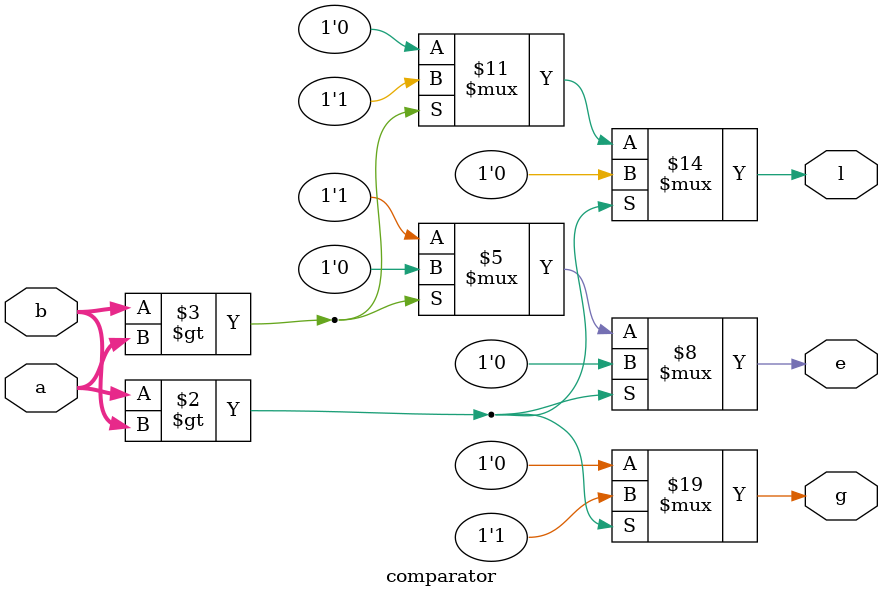
<source format=v>
module comparator(a,b,g,l,e);
  input [4:0]a,b;
  output reg g,l,e;
  always @ (a,b)
    begin
      if(a>b)
        begin
          g<=1;
          l<=0;
          e<=0;
        end
      else if (b>a)
        begin
          l<=1;
          g<=0;
          e<=0;
        end
      else
        begin
          e<=1;
          l<=0;
          g<=0;
        end
    end 
endmodule

</source>
